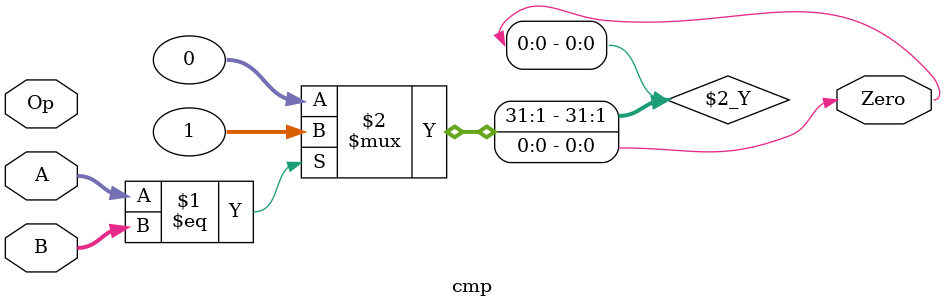
<source format=v>
`timescale 1ns / 1ps
module cmp(
    input [31:0] A,
    input [31:0] B,
    input [1:0] Op,
    output Zero
    );

/*
always @(*) begin
case (Op)
	2'b00: Zero = (A == B) ? 1 : 0;
	default: Zero = (A == B) ? 1 : 0;
endcase
end
*/

assign Zero = (A == B) ? 1 : 0;

endmodule

</source>
